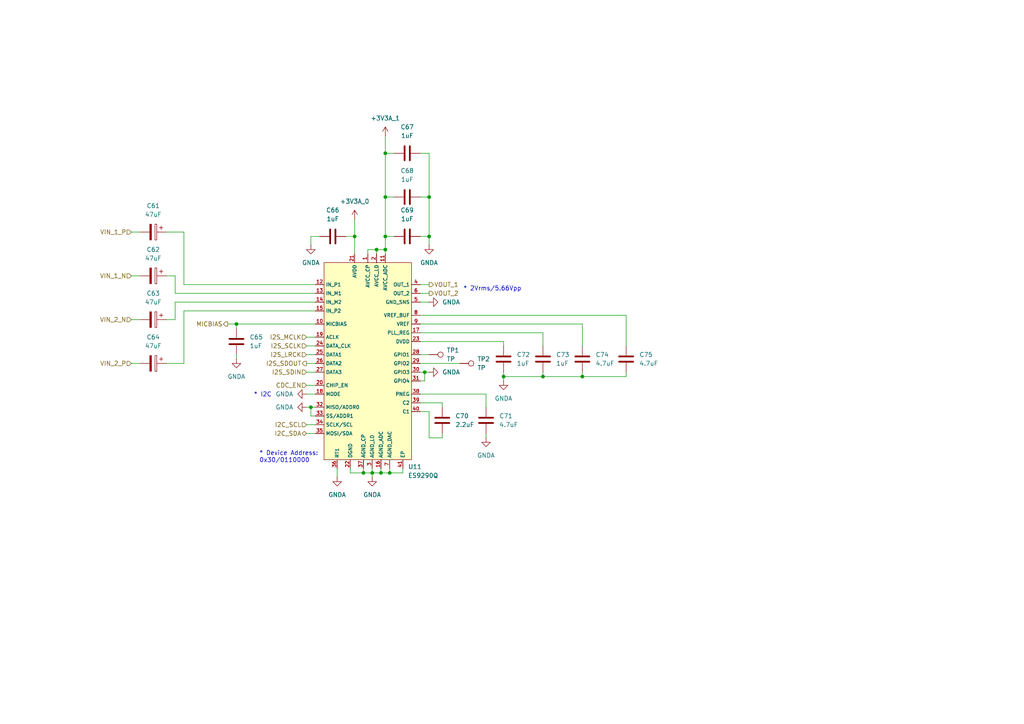
<source format=kicad_sch>
(kicad_sch (version 20250114) (generator "eeschema") (generator_version "9.0")
  (paper "A4")
  (lib_symbols
    (symbol "Connector:TestPoint" (pin_numbers (hide yes)) (pin_names (offset 0.762) (hide yes))
      (property "Reference" "TP" (at 0 6.858 0))
      (property "Value" "TestPoint" (at 0 5.08 0))
      (symbol "TestPoint_0_1"
        (circle (center 0 3.302) (radius 0.762))
      )
      (symbol "TestPoint_1_1"
        (pin passive line (at 0 0 90) (length 2.54) (name "1") (number "1"))
      )
    )
    (symbol "Device:C" (pin_numbers (hide yes)) (pin_names (offset 0.254))
      (property "Reference" "C" (at 0.635 2.54 0))
      (property "Value" "C" (at 0.635 -2.54 0))
      (symbol "C_0_1"
        (polyline (pts (xy -2.032 0.762) (xy 2.032 0.762)) (stroke (width 0.508)))
        (polyline (pts (xy -2.032 -0.762) (xy 2.032 -0.762)) (stroke (width 0.508)))
      )
      (symbol "C_1_1"
        (pin passive line (at 0 3.81 270) (length 2.794) (name "~") (number "1"))
        (pin passive line (at 0 -3.81 90) (length 2.794) (name "~") (number "2"))
      )
    )
    (symbol "Device:C_Polarized" (pin_numbers (hide yes)) (pin_names (offset 0.254))
      (property "Reference" "C" (at 0.635 2.54 0))
      (property "Value" "C_Polarized" (at 0.635 -2.54 0))
      (symbol "C_Polarized_0_1"
        (rectangle (start -2.286 0.508) (end 2.286 1.016))
        (polyline (pts (xy -1.778 2.286) (xy -0.762 2.286)))
        (polyline (pts (xy -1.27 2.794) (xy -1.27 1.778)))
        (rectangle (start 2.286 -0.508) (end -2.286 -1.016) (fill (type outline)))
      )
      (symbol "C_Polarized_1_1"
        (pin passive line (at 0 3.81 270) (length 2.794) (name "~") (number "1"))
        (pin passive line (at 0 -3.81 90) (length 2.794) (name "~") (number "2"))
      )
    )
    (symbol "ES9290Q:ES9290Q"
      (property "Reference" "U" (at 0 2.54 0))
      (property "Value" "ES9290Q" (at 0 0 0))
      (symbol "ES9290Q_1_1"
        (rectangle (start -12.7 30.48) (end 12.7 -26.67) (fill (type background)))
        (pin passive line (at -15.24 24.13 0) (length 2.54) (name "IN_P1") (number "12"))
        (pin passive line (at -15.24 21.59 0) (length 2.54) (name "IN_M1") (number "13"))
        (pin passive line (at -15.24 19.05 0) (length 2.54) (name "IN_M2") (number "14"))
        (pin passive line (at -15.24 16.51 0) (length 2.54) (name "IN_P2") (number "15"))
        (pin passive line (at -15.24 12.7 0) (length 2.54) (name "MICBIAS") (number "10"))
        (pin passive line (at -15.24 8.89 0) (length 2.54) (name "ACLK") (number "19"))
        (pin passive line (at -15.24 6.35 0) (length 2.54) (name "DATA_CLK") (number "24"))
        (pin passive line (at -15.24 3.81 0) (length 2.54) (name "DATA1") (number "25"))
        (pin passive line (at -15.24 1.27 0) (length 2.54) (name "DATA2") (number "26"))
        (pin passive line (at -15.24 -1.27 0) (length 2.54) (name "DATA3") (number "27"))
        (pin passive line (at -15.24 -5.08 0) (length 2.54) (name "CHIP_EN") (number "20"))
        (pin passive line (at -15.24 -7.62 0) (length 2.54) (name "MODE") (number "18"))
        (pin passive line (at -15.24 -11.43 0) (length 2.54) (name "MISO/ADDR0") (number "32"))
        (pin passive line (at -15.24 -13.97 0) (length 2.54) (name "SS/ADDR1") (number "33"))
        (pin passive line (at -15.24 -16.51 0) (length 2.54) (name "SCLK/SCL") (number "34"))
        (pin passive line (at -15.24 -19.05 0) (length 2.54) (name "MOSI/SDA") (number "35"))
        (pin passive line (at -8.89 -29.21 90) (length 2.54) (name "RT1") (number "36"))
        (pin power_in line (at -5.08 -29.21 90) (length 2.54) (name "DGND") (number "22"))
        (pin power_in line (at -3.81 33.02 270) (length 2.54) (name "AVDD") (number "21"))
        (pin power_in line (at -1.27 -29.21 90) (length 2.54) (name "AGND_CP") (number "37"))
        (pin power_in line (at 0 33.02 270) (length 2.54) (name "AVCC_CP") (number "1"))
        (pin power_in line (at 1.27 -29.21 90) (length 2.54) (name "AGND_LD") (number "3"))
        (pin power_in line (at 2.54 33.02 270) (length 2.54) (name "AVCC_LD") (number "2"))
        (pin power_in line (at 3.81 -29.21 90) (length 2.54) (name "AGND_ADC") (number "16"))
        (pin power_in line (at 5.08 33.02 270) (length 2.54) (name "AVCC_ADC") (number "11"))
        (pin power_in line (at 6.35 -29.21 90) (length 2.54) (name "AGND_DAC") (number "7"))
        (pin passive line (at 10.16 -29.21 90) (length 2.54) (name "EP") (number "41"))
        (pin passive line (at 15.24 24.13 180) (length 2.54) (name "OUT_1") (number "4"))
        (pin passive line (at 15.24 21.59 180) (length 2.54) (name "OUT_2") (number "6"))
        (pin passive line (at 15.24 19.05 180) (length 2.54) (name "GND_SNS") (number "5"))
        (pin passive line (at 15.24 15.24 180) (length 2.54) (name "VREF_BUF") (number "8"))
        (pin passive line (at 15.24 12.7 180) (length 2.54) (name "VREF") (number "9"))
        (pin passive line (at 15.24 10.16 180) (length 2.54) (name "PLL_REG") (number "17"))
        (pin passive line (at 15.24 7.62 180) (length 2.54) (name "DVDD") (number "23"))
        (pin passive line (at 15.24 3.81 180) (length 2.54) (name "GPIO1") (number "28"))
        (pin passive line (at 15.24 1.27 180) (length 2.54) (name "GPIO2") (number "29"))
        (pin passive line (at 15.24 -1.27 180) (length 2.54) (name "GPIO3") (number "30"))
        (pin passive line (at 15.24 -3.81 180) (length 2.54) (name "GPIO4") (number "31"))
        (pin passive line (at 15.24 -7.62 180) (length 2.54) (name "PNEG") (number "38"))
        (pin passive line (at 15.24 -10.16 180) (length 2.54) (name "C2") (number "39"))
        (pin passive line (at 15.24 -12.7 180) (length 2.54) (name "C1") (number "40"))
      )
    )
    (symbol "power:GND" (power) (pin_numbers (hide yes)) (pin_names (offset 0) (hide yes))
      (property "Value" "GND" (at 0 -3.81 0))
      (symbol "GND_0_1"
        (polyline (pts (xy 0 0) (xy 0 -1.27) (xy 1.27 -1.27) (xy 0 -2.54) (xy -1.27 -1.27) (xy 0 -1.27)))
      )
      (symbol "GND_1_1"
        (pin power_in line (at 0 0 270) (length 0) (name "~") (number "1"))
      )
    )
    (symbol "power:GNDA" (power) (pin_numbers (hide yes)) (pin_names (offset 0) (hide yes))
      (property "Value" "GNDA" (at 0 -3.81 0))
      (symbol "GNDA_0_1"
        (polyline (pts (xy 0 0) (xy 0 -1.27) (xy 1.27 -1.27) (xy 0 -2.54) (xy -1.27 -1.27) (xy 0 -1.27)))
      )
      (symbol "GNDA_1_1"
        (pin power_in line (at 0 0 270) (length 0) (name "~") (number "1"))
      )
    )
    (symbol "power:VDC" (power) (pin_numbers (hide yes)) (pin_names (offset 0) (hide yes))
      (property "Value" "VDC" (at 0 3.556 0))
      (symbol "VDC_0_1"
        (polyline (pts (xy -0.762 1.27) (xy 0 2.54)))
        (polyline (pts (xy 0 2.54) (xy 0.762 1.27)))
        (polyline (pts (xy 0 0) (xy 0 2.54)))
      )
      (symbol "VDC_1_1"
        (pin power_in line (at 0 0 90) (length 0) (name "~") (number "1"))
      )
    )
  )
  (text "* I2C" (at 76.2 114.554 0) (effects (font (size 1.27 1.27))))
  (text "* Device Address:\n0x30/0110000" (at 75.184 132.588 0) (effects (font (size 1.27 1.27)) (justify left)))
  (text "* 2Vrms/5.66Vpp" (at 134.366 83.82 0) (effects (font (size 1.27 1.27)) (justify left)))
  (junction (at 105.41 137.16))
  (junction (at 90.17 118.11))
  (junction (at 124.46 68.58))
  (junction (at 111.76 68.58))
  (junction (at 102.87 68.58))
  (junction (at 111.76 44.45))
  (junction (at 111.76 72.39))
  (junction (at 107.95 137.16))
  (junction (at 111.76 57.15))
  (junction (at 123.19 107.95))
  (junction (at 113.03 137.16))
  (junction (at 157.48 109.22))
  (junction (at 68.58 93.98))
  (junction (at 110.49 137.16))
  (junction (at 146.05 109.22))
  (junction (at 168.91 109.22))
  (junction (at 124.46 57.15))
  (junction (at 109.22 72.39))
  (wire (pts (xy 88.9 125.73) (xy 91.44 125.73)))
  (wire (pts (xy 157.48 107.95) (xy 157.48 109.22)))
  (wire (pts (xy 38.1 80.01) (xy 40.64 80.01)))
  (wire (pts (xy 124.46 57.15) (xy 124.46 68.58)))
  (wire (pts (xy 53.34 90.17) (xy 91.44 90.17)))
  (wire (pts (xy 124.46 127) (xy 128.27 127)))
  (wire (pts (xy 48.26 105.41) (xy 53.34 105.41)))
  (wire (pts (xy 102.87 63.5) (xy 102.87 68.58)))
  (wire (pts (xy 38.1 92.71) (xy 40.64 92.71)))
  (wire (pts (xy 140.97 118.11) (xy 140.97 114.3)))
  (wire (pts (xy 181.61 107.95) (xy 181.61 109.22)))
  (wire (pts (xy 123.19 107.95) (xy 124.46 107.95)))
  (wire (pts (xy 168.91 107.95) (xy 168.91 109.22)))
  (wire (pts (xy 181.61 91.44) (xy 181.61 100.33)))
  (wire (pts (xy 53.34 105.41) (xy 53.34 90.17)))
  (wire (pts (xy 168.91 109.22) (xy 157.48 109.22)))
  (wire (pts (xy 128.27 125.73) (xy 128.27 127)))
  (wire (pts (xy 121.92 85.09) (xy 124.46 85.09)))
  (wire (pts (xy 121.92 119.38) (xy 124.46 119.38)))
  (wire (pts (xy 121.92 57.15) (xy 124.46 57.15)))
  (wire (pts (xy 109.22 72.39) (xy 111.76 72.39)))
  (wire (pts (xy 121.92 68.58) (xy 124.46 68.58)))
  (wire (pts (xy 107.95 135.89) (xy 107.95 137.16)))
  (wire (pts (xy 113.03 137.16) (xy 110.49 137.16)))
  (wire (pts (xy 124.46 44.45) (xy 124.46 57.15)))
  (wire (pts (xy 107.95 137.16) (xy 107.95 138.43)))
  (wire (pts (xy 68.58 93.98) (xy 91.44 93.98)))
  (wire (pts (xy 121.92 110.49) (xy 123.19 110.49)))
  (wire (pts (xy 111.76 68.58) (xy 111.76 72.39)))
  (wire (pts (xy 88.9 114.3) (xy 91.44 114.3)))
  (wire (pts (xy 124.46 68.58) (xy 124.46 71.12)))
  (wire (pts (xy 68.58 93.98) (xy 68.58 95.25)))
  (wire (pts (xy 88.9 123.19) (xy 91.44 123.19)))
  (wire (pts (xy 110.49 135.89) (xy 110.49 137.16)))
  (wire (pts (xy 88.9 111.76) (xy 91.44 111.76)))
  (wire (pts (xy 106.68 72.39) (xy 109.22 72.39)))
  (wire (pts (xy 111.76 57.15) (xy 114.3 57.15)))
  (wire (pts (xy 53.34 67.31) (xy 53.34 82.55)))
  (wire (pts (xy 128.27 116.84) (xy 128.27 118.11)))
  (wire (pts (xy 88.9 118.11) (xy 90.17 118.11)))
  (wire (pts (xy 116.84 135.89) (xy 116.84 137.16)))
  (wire (pts (xy 88.9 102.87) (xy 91.44 102.87)))
  (wire (pts (xy 50.8 92.71) (xy 50.8 87.63)))
  (wire (pts (xy 90.17 68.58) (xy 92.71 68.58)))
  (wire (pts (xy 88.9 107.95) (xy 91.44 107.95)))
  (wire (pts (xy 50.8 87.63) (xy 91.44 87.63)))
  (wire (pts (xy 68.58 102.87) (xy 68.58 104.14)))
  (wire (pts (xy 146.05 107.95) (xy 146.05 109.22)))
  (wire (pts (xy 109.22 73.66) (xy 109.22 72.39)))
  (wire (pts (xy 106.68 73.66) (xy 106.68 72.39)))
  (wire (pts (xy 121.92 107.95) (xy 123.19 107.95)))
  (wire (pts (xy 48.26 92.71) (xy 50.8 92.71)))
  (wire (pts (xy 101.6 137.16) (xy 105.41 137.16)))
  (wire (pts (xy 111.76 44.45) (xy 114.3 44.45)))
  (wire (pts (xy 157.48 109.22) (xy 146.05 109.22)))
  (wire (pts (xy 38.1 105.41) (xy 40.64 105.41)))
  (wire (pts (xy 121.92 102.87) (xy 124.46 102.87)))
  (wire (pts (xy 90.17 71.12) (xy 90.17 68.58)))
  (wire (pts (xy 121.92 87.63) (xy 124.46 87.63)))
  (wire (pts (xy 121.92 99.06) (xy 146.05 99.06)))
  (wire (pts (xy 111.76 44.45) (xy 111.76 57.15)))
  (wire (pts (xy 113.03 135.89) (xy 113.03 137.16)))
  (wire (pts (xy 121.92 105.41) (xy 133.35 105.41)))
  (wire (pts (xy 105.41 137.16) (xy 107.95 137.16)))
  (wire (pts (xy 121.92 91.44) (xy 181.61 91.44)))
  (wire (pts (xy 121.92 116.84) (xy 128.27 116.84)))
  (wire (pts (xy 53.34 82.55) (xy 91.44 82.55)))
  (wire (pts (xy 157.48 96.52) (xy 121.92 96.52)))
  (wire (pts (xy 97.79 135.89) (xy 97.79 138.43)))
  (wire (pts (xy 50.8 80.01) (xy 50.8 85.09)))
  (wire (pts (xy 110.49 137.16) (xy 107.95 137.16)))
  (wire (pts (xy 50.8 85.09) (xy 91.44 85.09)))
  (wire (pts (xy 140.97 114.3) (xy 121.92 114.3)))
  (wire (pts (xy 111.76 39.37) (xy 111.76 44.45)))
  (wire (pts (xy 111.76 72.39) (xy 111.76 73.66)))
  (wire (pts (xy 88.9 97.79) (xy 91.44 97.79)))
  (wire (pts (xy 111.76 57.15) (xy 111.76 68.58)))
  (wire (pts (xy 38.1 67.31) (xy 40.64 67.31)))
  (wire (pts (xy 90.17 118.11) (xy 90.17 120.65)))
  (wire (pts (xy 101.6 135.89) (xy 101.6 137.16)))
  (wire (pts (xy 88.9 105.41) (xy 91.44 105.41)))
  (wire (pts (xy 105.41 135.89) (xy 105.41 137.16)))
  (wire (pts (xy 157.48 100.33) (xy 157.48 96.52)))
  (wire (pts (xy 121.92 44.45) (xy 124.46 44.45)))
  (wire (pts (xy 88.9 100.33) (xy 91.44 100.33)))
  (wire (pts (xy 140.97 125.73) (xy 140.97 127)))
  (wire (pts (xy 66.04 93.98) (xy 68.58 93.98)))
  (wire (pts (xy 102.87 68.58) (xy 102.87 73.66)))
  (wire (pts (xy 91.44 120.65) (xy 90.17 120.65)))
  (wire (pts (xy 121.92 82.55) (xy 124.46 82.55)))
  (wire (pts (xy 48.26 80.01) (xy 50.8 80.01)))
  (wire (pts (xy 181.61 109.22) (xy 168.91 109.22)))
  (wire (pts (xy 111.76 68.58) (xy 114.3 68.58)))
  (wire (pts (xy 124.46 119.38) (xy 124.46 127)))
  (wire (pts (xy 90.17 118.11) (xy 91.44 118.11)))
  (wire (pts (xy 146.05 99.06) (xy 146.05 100.33)))
  (wire (pts (xy 48.26 67.31) (xy 53.34 67.31)))
  (wire (pts (xy 168.91 93.98) (xy 121.92 93.98)))
  (wire (pts (xy 146.05 109.22) (xy 146.05 110.49)))
  (wire (pts (xy 100.33 68.58) (xy 102.87 68.58)))
  (wire (pts (xy 116.84 137.16) (xy 113.03 137.16)))
  (wire (pts (xy 123.19 110.49) (xy 123.19 107.95)))
  (wire (pts (xy 168.91 100.33) (xy 168.91 93.98)))
  (hierarchical_label "I2S_SDOUT" (shape output) (at 88.9 105.41 180))
  (hierarchical_label "VIN_1_N" (shape input) (at 38.1 80.01 180))
  (hierarchical_label "CDC_EN" (shape input) (at 88.9 111.76 180))
  (hierarchical_label "VIN_1_P" (shape input) (at 38.1 67.31 180))
  (hierarchical_label "I2S_LRCK" (shape input) (at 88.9 102.87 180))
  (hierarchical_label "I2S_MCLK" (shape input) (at 88.9 97.79 180))
  (hierarchical_label "I2C_SDA" (shape bidirectional) (at 88.9 125.73 180))
  (hierarchical_label "MICBIAS" (shape output) (at 66.04 93.98 180))
  (hierarchical_label "I2S_SCLK" (shape input) (at 88.9 100.33 180))
  (hierarchical_label "I2S_SDIN" (shape input) (at 88.9 107.95 180))
  (hierarchical_label "I2C_SCL" (shape input) (at 88.9 123.19 180))
  (hierarchical_label "VOUT_1" (shape output) (at 124.46 82.55 0))
  (hierarchical_label "VOUT_2" (shape output) (at 124.46 85.09 0))
  (hierarchical_label "VIN_2_P" (shape input) (at 38.1 105.41 180))
  (hierarchical_label "VIN_2_N" (shape input) (at 38.1 92.71 180))
  (symbol (lib_id "power:GNDA") (at 107.95 138.43 0) (unit 1)
    (property "Reference" "#PWR084" (effects (hide yes)))
    (property "Value" "GNDA" (at 107.95 143.51 0))
    (property "Description" "Power symbol creates a global label with name \"GNDA\" , analog ground" (effects (hide yes)))
  )
  (symbol (lib_id "Device:C_Polarized") (at 44.45 80.01 270) (unit 1)
    (property "Reference" "C62" (at 44.45 72.39 90))
    (property "Value" "47uF" (at 44.45 74.93 90))
    (property "Footprint" "Capacitor_Tantalum_SMD:CP_EIA-3528-12_Kemet-T" (effects (hide yes)))
    (property "Description" "Polarized capacitor" (effects (hide yes)))
    (property "Part No." "TCJB476M010R0070" (effects (hide yes)))
    (property "Vendor" "Kyocera AVX" (effects (hide yes)))
    (property "Fetched" "20" (effects (hide yes)))
  )
  (symbol (lib_id "power:GNDA") (at 97.79 138.43 0) (unit 1)
    (property "Reference" "#PWR082" (effects (hide yes)))
    (property "Value" "GNDA" (at 97.79 143.51 0))
    (property "Description" "Power symbol creates a global label with name \"GNDA\" , analog ground" (effects (hide yes)))
  )
  (symbol (lib_id "power:GND") (at 88.9 118.11 270) (unit 1)
    (property "Reference" "#PWR080" (effects (hide yes)))
    (property "Value" "GNDA" (at 85.09 118.1099 90) (effects (justify right)))
    (property "Description" "Power symbol creates a global label with name \"GND\" , ground" (effects (hide yes)))
  )
  (symbol (lib_id "Device:C") (at 181.61 104.14 0) (unit 1)
    (property "Reference" "C75" (at 185.42 102.8699 0) (effects (justify left)))
    (property "Value" "4.7uF" (at 185.42 105.4099 0) (effects (justify left)))
    (property "Footprint" "Capacitor_SMD:C_0603_1608Metric" (effects (hide yes)))
    (property "Description" "Unpolarized capacitor" (effects (hide yes)))
  )
  (symbol (lib_id "Connector:TestPoint") (at 133.35 105.41 270) (unit 1)
    (property "Reference" "TP2" (at 138.43 104.1399 90) (effects (justify left)))
    (property "Value" "TP" (at 138.43 106.6799 90) (effects (justify left)))
    (property "Footprint" "TestPoint:TestPoint_Pad_D1.0mm" (effects (hide yes)))
    (property "Description" "test point" (effects (hide yes)))
  )
  (symbol (lib_id "Device:C_Polarized") (at 44.45 105.41 270) (unit 1)
    (property "Reference" "C64" (at 44.45 97.79 90))
    (property "Value" "47uF" (at 44.45 100.33 90))
    (property "Footprint" "Capacitor_Tantalum_SMD:CP_EIA-3528-12_Kemet-T" (effects (hide yes)))
    (property "Description" "Polarized capacitor" (effects (hide yes)))
    (property "Part No." "TCJB476M010R0070" (effects (hide yes)))
    (property "Vendor" "Kyocera AVX" (effects (hide yes)))
    (property "Fetched" "20" (effects (hide yes)))
  )
  (symbol (lib_id "Device:C") (at 96.52 68.58 90) (unit 1)
    (property "Reference" "C66" (at 96.52 60.96 90))
    (property "Value" "1uF" (at 96.52 63.5 90))
    (property "Footprint" "Capacitor_SMD:C_0603_1608Metric" (effects (hide yes)))
    (property "Description" "Unpolarized capacitor" (effects (hide yes)))
  )
  (symbol (lib_id "power:GNDA") (at 124.46 71.12 0) (unit 1)
    (property "Reference" "#PWR086" (effects (hide yes)))
    (property "Value" "GNDA" (at 124.46 76.2 0))
    (property "Description" "Power symbol creates a global label with name \"GNDA\" , analog ground" (effects (hide yes)))
  )
  (symbol (lib_id "power:GNDA") (at 88.9 114.3 270) (unit 1)
    (property "Reference" "#PWR079" (effects (hide yes)))
    (property "Value" "GNDA" (at 85.09 114.2999 90) (effects (justify right)))
    (property "Description" "Power symbol creates a global label with name \"GNDA\" , analog ground" (effects (hide yes)))
  )
  (symbol (lib_id "Device:C") (at 168.91 104.14 0) (unit 1)
    (property "Reference" "C74" (at 172.72 102.8699 0) (effects (justify left)))
    (property "Value" "4.7uF" (at 172.72 105.4099 0) (effects (justify left)))
    (property "Footprint" "Capacitor_SMD:C_0603_1608Metric" (effects (hide yes)))
    (property "Description" "Unpolarized capacitor" (effects (hide yes)))
  )
  (symbol (lib_id "Device:C") (at 128.27 121.92 0) (unit 1)
    (property "Reference" "C70" (at 132.08 120.6499 0) (effects (justify left)))
    (property "Value" "2.2uF" (at 132.08 123.1899 0) (effects (justify left)))
    (property "Footprint" "Capacitor_SMD:C_0603_1608Metric" (effects (hide yes)))
    (property "Description" "Unpolarized capacitor" (effects (hide yes)))
  )
  (symbol (lib_id "Device:C") (at 146.05 104.14 0) (unit 1)
    (property "Reference" "C72" (at 149.86 102.8699 0) (effects (justify left)))
    (property "Value" "1uF" (at 149.86 105.4099 0) (effects (justify left)))
    (property "Footprint" "Capacitor_SMD:C_0603_1608Metric" (effects (hide yes)))
    (property "Description" "Unpolarized capacitor" (effects (hide yes)))
  )
  (symbol (lib_id "power:GNDA") (at 68.58 104.14 0) (unit 1)
    (property "Reference" "#PWR078" (effects (hide yes)))
    (property "Value" "GNDA" (at 68.58 109.22 0))
    (property "Description" "Power symbol creates a global label with name \"GNDA\" , analog ground" (effects (hide yes)))
  )
  (symbol (lib_id "Device:C") (at 118.11 44.45 90) (unit 1)
    (property "Reference" "C67" (at 118.11 36.83 90))
    (property "Value" "1uF" (at 118.11 39.37 90))
    (property "Footprint" "Capacitor_SMD:C_0603_1608Metric" (effects (hide yes)))
    (property "Description" "Unpolarized capacitor" (effects (hide yes)))
  )
  (symbol (lib_id "Connector:TestPoint") (at 124.46 102.87 270) (unit 1)
    (property "Reference" "TP1" (at 129.54 101.5999 90) (effects (justify left)))
    (property "Value" "TP" (at 129.54 104.1399 90) (effects (justify left)))
    (property "Footprint" "TestPoint:TestPoint_Pad_D1.0mm" (effects (hide yes)))
    (property "Description" "test point" (effects (hide yes)))
  )
  (symbol (lib_id "power:GNDA") (at 146.05 110.49 0) (unit 1)
    (property "Reference" "#PWR090" (effects (hide yes)))
    (property "Value" "GNDA" (at 146.05 115.57 0))
    (property "Description" "Power symbol creates a global label with name \"GNDA\" , analog ground" (effects (hide yes)))
  )
  (symbol (lib_id "power:VDC") (at 102.87 63.5 0) (unit 1)
    (property "Reference" "#PWR083" (effects (hide yes)))
    (property "Value" "+3V3A_0" (at 102.87 58.42 0))
    (property "Description" "Power symbol creates a global label with name \"VDC\"" (effects (hide yes)))
  )
  (symbol (lib_id "Device:C_Polarized") (at 44.45 92.71 270) (unit 1)
    (property "Reference" "C63" (at 44.45 85.09 90))
    (property "Value" "47uF" (at 44.45 87.63 90))
    (property "Footprint" "Capacitor_Tantalum_SMD:CP_EIA-3528-12_Kemet-T" (effects (hide yes)))
    (property "Description" "Polarized capacitor" (effects (hide yes)))
    (property "Part No." "TCJB476M010R0070" (effects (hide yes)))
    (property "Vendor" "Kyocera AVX" (effects (hide yes)))
    (property "Fetched" "20" (effects (hide yes)))
  )
  (symbol (lib_id "Device:C") (at 140.97 121.92 0) (unit 1)
    (property "Reference" "C71" (at 144.78 120.6499 0) (effects (justify left)))
    (property "Value" "4.7uF" (at 144.78 123.1899 0) (effects (justify left)))
    (property "Footprint" "Capacitor_SMD:C_0603_1608Metric" (effects (hide yes)))
    (property "Description" "Unpolarized capacitor" (effects (hide yes)))
  )
  (symbol (lib_id "power:VDC") (at 111.76 39.37 0) (unit 1)
    (property "Reference" "#PWR085" (effects (hide yes)))
    (property "Value" "+3V3A_1" (at 111.76 34.29 0))
    (property "Description" "Power symbol creates a global label with name \"VDC\"" (effects (hide yes)))
  )
  (symbol (lib_id "ES9290Q:ES9290Q") (at 106.68 106.68 0) (unit 1)
    (property "Reference" "U11" (at 118.364 135.382 0) (effects (justify left)))
    (property "Value" "ES9290Q" (at 118.364 137.922 0) (effects (justify left)))
    (property "Footprint" "Package_DFN_QFN:QFN-40-1EP_5x5mm_P0.4mm_EP3.6x3.6mm" (effects (hide yes)))
    (property "Part No." "ES9290Q" (effects (hide yes)))
    (property "Vendor" "ESS" (effects (hide yes)))
    (property "Fetched" "2" (effects (hide yes)))
  )
  (symbol (lib_id "power:GNDA") (at 140.97 127 0) (unit 1)
    (property "Reference" "#PWR089" (effects (hide yes)))
    (property "Value" "GNDA" (at 140.97 132.08 0))
    (property "Description" "Power symbol creates a global label with name \"GNDA\" , analog ground" (effects (hide yes)))
  )
  (symbol (lib_id "Device:C_Polarized") (at 44.45 67.31 270) (unit 1)
    (property "Reference" "C61" (at 44.45 59.69 90))
    (property "Value" "47uF" (at 44.45 62.23 90))
    (property "Footprint" "Capacitor_Tantalum_SMD:CP_EIA-3528-12_Kemet-T" (effects (hide yes)))
    (property "Description" "Polarized capacitor" (effects (hide yes)))
    (property "Part No." "TCJB476M010R0070" (effects (hide yes)))
    (property "Vendor" "Kyocera AVX" (effects (hide yes)))
    (property "Fetched" "20" (effects (hide yes)))
  )
  (symbol (lib_id "Device:C") (at 68.58 99.06 0) (unit 1)
    (property "Reference" "C65" (at 72.39 97.7899 0) (effects (justify left)))
    (property "Value" "1uF" (at 72.39 100.3299 0) (effects (justify left)))
    (property "Footprint" "Capacitor_SMD:C_0603_1608Metric" (effects (hide yes)))
    (property "Description" "Unpolarized capacitor" (effects (hide yes)))
  )
  (symbol (lib_id "power:GNDA") (at 90.17 71.12 0) (unit 1)
    (property "Reference" "#PWR081" (effects (hide yes)))
    (property "Value" "GNDA" (at 90.17 76.2 0))
    (property "Description" "Power symbol creates a global label with name \"GNDA\" , analog ground" (effects (hide yes)))
  )
  (symbol (lib_id "Device:C") (at 118.11 57.15 90) (unit 1)
    (property "Reference" "C68" (at 118.11 49.53 90))
    (property "Value" "1uF" (at 118.11 52.07 90))
    (property "Footprint" "Capacitor_SMD:C_0603_1608Metric" (effects (hide yes)))
    (property "Description" "Unpolarized capacitor" (effects (hide yes)))
  )
  (symbol (lib_id "Device:C") (at 157.48 104.14 0) (unit 1)
    (property "Reference" "C73" (at 161.29 102.8699 0) (effects (justify left)))
    (property "Value" "1uF" (at 161.29 105.4099 0) (effects (justify left)))
    (property "Footprint" "Capacitor_SMD:C_0603_1608Metric" (effects (hide yes)))
    (property "Description" "Unpolarized capacitor" (effects (hide yes)))
  )
  (symbol (lib_id "power:GNDA") (at 124.46 87.63 90) (unit 1)
    (property "Reference" "#PWR087" (effects (hide yes)))
    (property "Value" "GNDA" (at 128.27 87.6299 90) (effects (justify right)))
    (property "Description" "Power symbol creates a global label with name \"GNDA\" , analog ground" (effects (hide yes)))
  )
  (symbol (lib_id "Device:C") (at 118.11 68.58 90) (unit 1)
    (property "Reference" "C69" (at 118.11 60.96 90))
    (property "Value" "1uF" (at 118.11 63.5 90))
    (property "Footprint" "Capacitor_SMD:C_0603_1608Metric" (effects (hide yes)))
    (property "Description" "Unpolarized capacitor" (effects (hide yes)))
  )
  (symbol (lib_id "power:GNDA") (at 124.46 107.95 90) (mirror x) (unit 1)
    (property "Reference" "#PWR088" (effects (hide yes)))
    (property "Value" "GNDA" (at 128.27 107.9499 90) (effects (justify right)))
    (property "Description" "Power symbol creates a global label with name \"GNDA\" , analog ground" (effects (hide yes)))
  )
)
</source>
